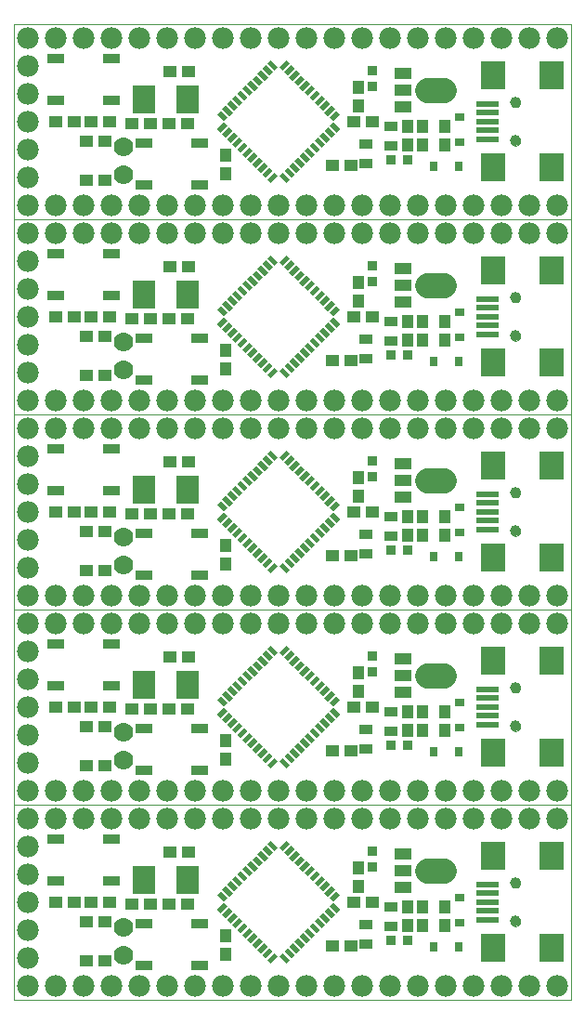
<source format=gts>
G75*
G70*
%OFA0B0*%
%FSLAX24Y24*%
%IPPOS*%
%LPD*%
%AMOC8*
5,1,8,0,0,1.08239X$1,22.5*
%
%ADD10C,0.0000*%
%ADD11R,0.0473X0.0434*%
%ADD12R,0.0434X0.0473*%
%ADD13R,0.0355X0.0355*%
%ADD14R,0.0640X0.0340*%
%ADD15R,0.0512X0.0355*%
%ADD16R,0.0827X0.0985*%
%ADD17C,0.0700*%
%ADD18C,0.0780*%
%ADD19C,0.0906*%
%ADD20R,0.0620X0.0413*%
%ADD21R,0.0355X0.0178*%
%ADD22R,0.0367X0.0288*%
%ADD23R,0.0288X0.0367*%
%ADD24R,0.0827X0.0237*%
%ADD25R,0.0906X0.1024*%
%ADD26C,0.0394*%
D10*
X001260Y000950D02*
X001260Y007950D01*
X001260Y014950D01*
X001260Y021950D01*
X001260Y028950D01*
X001260Y035950D01*
X021260Y035950D01*
X021260Y028950D01*
X001260Y028950D01*
X021260Y028950D01*
X021260Y021950D01*
X001260Y021950D01*
X021260Y021950D01*
X021260Y014950D01*
X001260Y014950D01*
X021260Y014950D01*
X021260Y007950D01*
X001260Y007950D01*
X021260Y007950D01*
X021260Y000950D01*
X001260Y000950D01*
X019083Y003761D02*
X019085Y003787D01*
X019091Y003813D01*
X019101Y003838D01*
X019114Y003861D01*
X019130Y003881D01*
X019150Y003899D01*
X019172Y003914D01*
X019195Y003926D01*
X019221Y003934D01*
X019247Y003938D01*
X019273Y003938D01*
X019299Y003934D01*
X019325Y003926D01*
X019349Y003914D01*
X019370Y003899D01*
X019390Y003881D01*
X019406Y003861D01*
X019419Y003838D01*
X019429Y003813D01*
X019435Y003787D01*
X019437Y003761D01*
X019435Y003735D01*
X019429Y003709D01*
X019419Y003684D01*
X019406Y003661D01*
X019390Y003641D01*
X019370Y003623D01*
X019348Y003608D01*
X019325Y003596D01*
X019299Y003588D01*
X019273Y003584D01*
X019247Y003584D01*
X019221Y003588D01*
X019195Y003596D01*
X019171Y003608D01*
X019150Y003623D01*
X019130Y003641D01*
X019114Y003661D01*
X019101Y003684D01*
X019091Y003709D01*
X019085Y003735D01*
X019083Y003761D01*
X019083Y005139D02*
X019085Y005165D01*
X019091Y005191D01*
X019101Y005216D01*
X019114Y005239D01*
X019130Y005259D01*
X019150Y005277D01*
X019172Y005292D01*
X019195Y005304D01*
X019221Y005312D01*
X019247Y005316D01*
X019273Y005316D01*
X019299Y005312D01*
X019325Y005304D01*
X019349Y005292D01*
X019370Y005277D01*
X019390Y005259D01*
X019406Y005239D01*
X019419Y005216D01*
X019429Y005191D01*
X019435Y005165D01*
X019437Y005139D01*
X019435Y005113D01*
X019429Y005087D01*
X019419Y005062D01*
X019406Y005039D01*
X019390Y005019D01*
X019370Y005001D01*
X019348Y004986D01*
X019325Y004974D01*
X019299Y004966D01*
X019273Y004962D01*
X019247Y004962D01*
X019221Y004966D01*
X019195Y004974D01*
X019171Y004986D01*
X019150Y005001D01*
X019130Y005019D01*
X019114Y005039D01*
X019101Y005062D01*
X019091Y005087D01*
X019085Y005113D01*
X019083Y005139D01*
X019083Y010761D02*
X019085Y010787D01*
X019091Y010813D01*
X019101Y010838D01*
X019114Y010861D01*
X019130Y010881D01*
X019150Y010899D01*
X019172Y010914D01*
X019195Y010926D01*
X019221Y010934D01*
X019247Y010938D01*
X019273Y010938D01*
X019299Y010934D01*
X019325Y010926D01*
X019349Y010914D01*
X019370Y010899D01*
X019390Y010881D01*
X019406Y010861D01*
X019419Y010838D01*
X019429Y010813D01*
X019435Y010787D01*
X019437Y010761D01*
X019435Y010735D01*
X019429Y010709D01*
X019419Y010684D01*
X019406Y010661D01*
X019390Y010641D01*
X019370Y010623D01*
X019348Y010608D01*
X019325Y010596D01*
X019299Y010588D01*
X019273Y010584D01*
X019247Y010584D01*
X019221Y010588D01*
X019195Y010596D01*
X019171Y010608D01*
X019150Y010623D01*
X019130Y010641D01*
X019114Y010661D01*
X019101Y010684D01*
X019091Y010709D01*
X019085Y010735D01*
X019083Y010761D01*
X019083Y012139D02*
X019085Y012165D01*
X019091Y012191D01*
X019101Y012216D01*
X019114Y012239D01*
X019130Y012259D01*
X019150Y012277D01*
X019172Y012292D01*
X019195Y012304D01*
X019221Y012312D01*
X019247Y012316D01*
X019273Y012316D01*
X019299Y012312D01*
X019325Y012304D01*
X019349Y012292D01*
X019370Y012277D01*
X019390Y012259D01*
X019406Y012239D01*
X019419Y012216D01*
X019429Y012191D01*
X019435Y012165D01*
X019437Y012139D01*
X019435Y012113D01*
X019429Y012087D01*
X019419Y012062D01*
X019406Y012039D01*
X019390Y012019D01*
X019370Y012001D01*
X019348Y011986D01*
X019325Y011974D01*
X019299Y011966D01*
X019273Y011962D01*
X019247Y011962D01*
X019221Y011966D01*
X019195Y011974D01*
X019171Y011986D01*
X019150Y012001D01*
X019130Y012019D01*
X019114Y012039D01*
X019101Y012062D01*
X019091Y012087D01*
X019085Y012113D01*
X019083Y012139D01*
X019083Y017761D02*
X019085Y017787D01*
X019091Y017813D01*
X019101Y017838D01*
X019114Y017861D01*
X019130Y017881D01*
X019150Y017899D01*
X019172Y017914D01*
X019195Y017926D01*
X019221Y017934D01*
X019247Y017938D01*
X019273Y017938D01*
X019299Y017934D01*
X019325Y017926D01*
X019349Y017914D01*
X019370Y017899D01*
X019390Y017881D01*
X019406Y017861D01*
X019419Y017838D01*
X019429Y017813D01*
X019435Y017787D01*
X019437Y017761D01*
X019435Y017735D01*
X019429Y017709D01*
X019419Y017684D01*
X019406Y017661D01*
X019390Y017641D01*
X019370Y017623D01*
X019348Y017608D01*
X019325Y017596D01*
X019299Y017588D01*
X019273Y017584D01*
X019247Y017584D01*
X019221Y017588D01*
X019195Y017596D01*
X019171Y017608D01*
X019150Y017623D01*
X019130Y017641D01*
X019114Y017661D01*
X019101Y017684D01*
X019091Y017709D01*
X019085Y017735D01*
X019083Y017761D01*
X019083Y019139D02*
X019085Y019165D01*
X019091Y019191D01*
X019101Y019216D01*
X019114Y019239D01*
X019130Y019259D01*
X019150Y019277D01*
X019172Y019292D01*
X019195Y019304D01*
X019221Y019312D01*
X019247Y019316D01*
X019273Y019316D01*
X019299Y019312D01*
X019325Y019304D01*
X019349Y019292D01*
X019370Y019277D01*
X019390Y019259D01*
X019406Y019239D01*
X019419Y019216D01*
X019429Y019191D01*
X019435Y019165D01*
X019437Y019139D01*
X019435Y019113D01*
X019429Y019087D01*
X019419Y019062D01*
X019406Y019039D01*
X019390Y019019D01*
X019370Y019001D01*
X019348Y018986D01*
X019325Y018974D01*
X019299Y018966D01*
X019273Y018962D01*
X019247Y018962D01*
X019221Y018966D01*
X019195Y018974D01*
X019171Y018986D01*
X019150Y019001D01*
X019130Y019019D01*
X019114Y019039D01*
X019101Y019062D01*
X019091Y019087D01*
X019085Y019113D01*
X019083Y019139D01*
X019083Y024761D02*
X019085Y024787D01*
X019091Y024813D01*
X019101Y024838D01*
X019114Y024861D01*
X019130Y024881D01*
X019150Y024899D01*
X019172Y024914D01*
X019195Y024926D01*
X019221Y024934D01*
X019247Y024938D01*
X019273Y024938D01*
X019299Y024934D01*
X019325Y024926D01*
X019349Y024914D01*
X019370Y024899D01*
X019390Y024881D01*
X019406Y024861D01*
X019419Y024838D01*
X019429Y024813D01*
X019435Y024787D01*
X019437Y024761D01*
X019435Y024735D01*
X019429Y024709D01*
X019419Y024684D01*
X019406Y024661D01*
X019390Y024641D01*
X019370Y024623D01*
X019348Y024608D01*
X019325Y024596D01*
X019299Y024588D01*
X019273Y024584D01*
X019247Y024584D01*
X019221Y024588D01*
X019195Y024596D01*
X019171Y024608D01*
X019150Y024623D01*
X019130Y024641D01*
X019114Y024661D01*
X019101Y024684D01*
X019091Y024709D01*
X019085Y024735D01*
X019083Y024761D01*
X019083Y026139D02*
X019085Y026165D01*
X019091Y026191D01*
X019101Y026216D01*
X019114Y026239D01*
X019130Y026259D01*
X019150Y026277D01*
X019172Y026292D01*
X019195Y026304D01*
X019221Y026312D01*
X019247Y026316D01*
X019273Y026316D01*
X019299Y026312D01*
X019325Y026304D01*
X019349Y026292D01*
X019370Y026277D01*
X019390Y026259D01*
X019406Y026239D01*
X019419Y026216D01*
X019429Y026191D01*
X019435Y026165D01*
X019437Y026139D01*
X019435Y026113D01*
X019429Y026087D01*
X019419Y026062D01*
X019406Y026039D01*
X019390Y026019D01*
X019370Y026001D01*
X019348Y025986D01*
X019325Y025974D01*
X019299Y025966D01*
X019273Y025962D01*
X019247Y025962D01*
X019221Y025966D01*
X019195Y025974D01*
X019171Y025986D01*
X019150Y026001D01*
X019130Y026019D01*
X019114Y026039D01*
X019101Y026062D01*
X019091Y026087D01*
X019085Y026113D01*
X019083Y026139D01*
X019083Y031761D02*
X019085Y031787D01*
X019091Y031813D01*
X019101Y031838D01*
X019114Y031861D01*
X019130Y031881D01*
X019150Y031899D01*
X019172Y031914D01*
X019195Y031926D01*
X019221Y031934D01*
X019247Y031938D01*
X019273Y031938D01*
X019299Y031934D01*
X019325Y031926D01*
X019349Y031914D01*
X019370Y031899D01*
X019390Y031881D01*
X019406Y031861D01*
X019419Y031838D01*
X019429Y031813D01*
X019435Y031787D01*
X019437Y031761D01*
X019435Y031735D01*
X019429Y031709D01*
X019419Y031684D01*
X019406Y031661D01*
X019390Y031641D01*
X019370Y031623D01*
X019348Y031608D01*
X019325Y031596D01*
X019299Y031588D01*
X019273Y031584D01*
X019247Y031584D01*
X019221Y031588D01*
X019195Y031596D01*
X019171Y031608D01*
X019150Y031623D01*
X019130Y031641D01*
X019114Y031661D01*
X019101Y031684D01*
X019091Y031709D01*
X019085Y031735D01*
X019083Y031761D01*
X019083Y033139D02*
X019085Y033165D01*
X019091Y033191D01*
X019101Y033216D01*
X019114Y033239D01*
X019130Y033259D01*
X019150Y033277D01*
X019172Y033292D01*
X019195Y033304D01*
X019221Y033312D01*
X019247Y033316D01*
X019273Y033316D01*
X019299Y033312D01*
X019325Y033304D01*
X019349Y033292D01*
X019370Y033277D01*
X019390Y033259D01*
X019406Y033239D01*
X019419Y033216D01*
X019429Y033191D01*
X019435Y033165D01*
X019437Y033139D01*
X019435Y033113D01*
X019429Y033087D01*
X019419Y033062D01*
X019406Y033039D01*
X019390Y033019D01*
X019370Y033001D01*
X019348Y032986D01*
X019325Y032974D01*
X019299Y032966D01*
X019273Y032962D01*
X019247Y032962D01*
X019221Y032966D01*
X019195Y032974D01*
X019171Y032986D01*
X019150Y033001D01*
X019130Y033019D01*
X019114Y033039D01*
X019101Y033062D01*
X019091Y033087D01*
X019085Y033113D01*
X019083Y033139D01*
D11*
X014135Y032430D03*
X013465Y032430D03*
X013355Y030870D03*
X012685Y030870D03*
X013465Y025430D03*
X014135Y025430D03*
X013355Y023870D03*
X012685Y023870D03*
X013465Y018430D03*
X014135Y018430D03*
X013355Y016870D03*
X012685Y016870D03*
X013465Y011430D03*
X014135Y011430D03*
X013355Y009870D03*
X012685Y009870D03*
X013465Y004430D03*
X014135Y004430D03*
X013355Y002870D03*
X012685Y002870D03*
X007495Y004390D03*
X006825Y004390D03*
X006155Y004390D03*
X005485Y004390D03*
X004695Y004450D03*
X004515Y003730D03*
X004025Y004450D03*
X003845Y003730D03*
X003415Y004450D03*
X002745Y004450D03*
X003845Y002350D03*
X004515Y002350D03*
X006865Y006250D03*
X007535Y006250D03*
X004515Y009350D03*
X003845Y009350D03*
X003845Y010730D03*
X004025Y011450D03*
X004515Y010730D03*
X004695Y011450D03*
X005485Y011390D03*
X006155Y011390D03*
X006825Y011390D03*
X007495Y011390D03*
X007535Y013250D03*
X006865Y013250D03*
X004515Y016350D03*
X003845Y016350D03*
X003845Y017730D03*
X004025Y018450D03*
X004515Y017730D03*
X004695Y018450D03*
X005485Y018390D03*
X006155Y018390D03*
X006825Y018390D03*
X007495Y018390D03*
X007535Y020250D03*
X006865Y020250D03*
X004515Y023350D03*
X003845Y023350D03*
X003845Y024730D03*
X004025Y025450D03*
X004515Y024730D03*
X004695Y025450D03*
X005485Y025390D03*
X006155Y025390D03*
X006825Y025390D03*
X007495Y025390D03*
X007535Y027250D03*
X006865Y027250D03*
X004515Y030350D03*
X003845Y030350D03*
X003845Y031730D03*
X004025Y032450D03*
X004515Y031730D03*
X004695Y032450D03*
X005485Y032390D03*
X006155Y032390D03*
X006825Y032390D03*
X007495Y032390D03*
X007535Y034250D03*
X006865Y034250D03*
X003415Y032450D03*
X002745Y032450D03*
X002745Y025450D03*
X003415Y025450D03*
X003415Y018450D03*
X002745Y018450D03*
X002745Y011450D03*
X003415Y011450D03*
D12*
X008857Y010253D03*
X008857Y009584D03*
X008857Y003253D03*
X008857Y002584D03*
X013620Y004995D03*
X013620Y005665D03*
X015380Y004285D03*
X015920Y004285D03*
X015920Y003615D03*
X015380Y003615D03*
X016740Y003615D03*
X016740Y004285D03*
X016740Y010615D03*
X016740Y011285D03*
X015920Y011285D03*
X015920Y010615D03*
X015380Y010615D03*
X015380Y011285D03*
X013620Y011995D03*
X013620Y012665D03*
X015380Y017615D03*
X015920Y017615D03*
X015920Y018285D03*
X015380Y018285D03*
X016740Y018285D03*
X016740Y017615D03*
X013620Y018995D03*
X013620Y019665D03*
X015380Y024615D03*
X015920Y024615D03*
X015920Y025285D03*
X015380Y025285D03*
X016740Y025285D03*
X016740Y024615D03*
X013620Y025995D03*
X013620Y026665D03*
X015380Y031615D03*
X015920Y031615D03*
X015920Y032285D03*
X015380Y032285D03*
X016740Y032285D03*
X016740Y031615D03*
X013620Y032995D03*
X013620Y033665D03*
X008857Y031253D03*
X008857Y030584D03*
X008857Y024253D03*
X008857Y023584D03*
X008857Y017253D03*
X008857Y016584D03*
D13*
X014140Y019695D03*
X014140Y020285D03*
X014805Y017090D03*
X015395Y017090D03*
X014140Y013285D03*
X014140Y012695D03*
X014805Y010090D03*
X015395Y010090D03*
X014140Y006285D03*
X014140Y005695D03*
X014805Y003090D03*
X015395Y003090D03*
X015395Y024090D03*
X014805Y024090D03*
X014140Y026695D03*
X014140Y027285D03*
X014805Y031090D03*
X015395Y031090D03*
X014140Y033695D03*
X014140Y034285D03*
D14*
X007940Y031680D03*
X007940Y030180D03*
X005940Y030180D03*
X005940Y031680D03*
X004760Y033200D03*
X004760Y034700D03*
X002760Y034700D03*
X002760Y033200D03*
X002760Y027700D03*
X002760Y026200D03*
X004760Y026200D03*
X004760Y027700D03*
X005940Y024680D03*
X005940Y023180D03*
X004760Y020700D03*
X004760Y019200D03*
X005940Y017680D03*
X005940Y016180D03*
X004760Y013700D03*
X004760Y012200D03*
X005940Y010680D03*
X005940Y009180D03*
X004760Y006700D03*
X004760Y005200D03*
X005940Y003680D03*
X005940Y002180D03*
X007940Y002180D03*
X007940Y003680D03*
X007940Y009180D03*
X007940Y010680D03*
X007940Y016180D03*
X007940Y017680D03*
X007940Y023180D03*
X007940Y024680D03*
X002760Y020700D03*
X002760Y019200D03*
X002760Y013700D03*
X002760Y012200D03*
X002760Y006700D03*
X002760Y005200D03*
D15*
X013900Y003644D03*
X013900Y002936D03*
X014800Y003576D03*
X014800Y004284D03*
X013900Y009936D03*
X013900Y010644D03*
X014800Y010576D03*
X014800Y011284D03*
X013900Y016936D03*
X013900Y017644D03*
X014800Y017576D03*
X014800Y018284D03*
X013900Y023936D03*
X013900Y024644D03*
X014800Y024576D03*
X014800Y025284D03*
X013900Y030936D03*
X013900Y031644D03*
X014800Y031576D03*
X014800Y032284D03*
D16*
X007487Y033250D03*
X005913Y033250D03*
X005913Y026250D03*
X007487Y026250D03*
X007487Y019250D03*
X005913Y019250D03*
X005913Y012250D03*
X007487Y012250D03*
X007487Y005250D03*
X005913Y005250D03*
D17*
X005200Y003530D03*
X005200Y002530D03*
X005200Y009530D03*
X005200Y010530D03*
X005200Y016530D03*
X005200Y017530D03*
X005200Y023530D03*
X005200Y024530D03*
X005200Y030530D03*
X005200Y031530D03*
D18*
X004760Y029450D03*
X004760Y028450D03*
X005760Y028450D03*
X005760Y029450D03*
X006760Y029450D03*
X006760Y028450D03*
X007760Y028450D03*
X007760Y029450D03*
X008760Y029450D03*
X008760Y028450D03*
X009760Y028450D03*
X009760Y029450D03*
X010760Y029450D03*
X010760Y028450D03*
X011760Y028450D03*
X011760Y029450D03*
X012760Y029450D03*
X012760Y028450D03*
X013760Y028450D03*
X013760Y029450D03*
X014760Y029450D03*
X014760Y028450D03*
X015760Y028450D03*
X015760Y029450D03*
X016760Y029450D03*
X016760Y028450D03*
X017760Y028450D03*
X017760Y029450D03*
X018760Y029450D03*
X018760Y028450D03*
X019760Y028450D03*
X019760Y029450D03*
X020760Y029450D03*
X020760Y028450D03*
X020760Y022450D03*
X020760Y021450D03*
X019760Y021450D03*
X019760Y022450D03*
X018760Y022450D03*
X018760Y021450D03*
X017760Y021450D03*
X017760Y022450D03*
X016760Y022450D03*
X016760Y021450D03*
X015760Y021450D03*
X015760Y022450D03*
X014760Y022450D03*
X014760Y021450D03*
X013760Y021450D03*
X013760Y022450D03*
X012760Y022450D03*
X012760Y021450D03*
X011760Y021450D03*
X011760Y022450D03*
X010760Y022450D03*
X010760Y021450D03*
X009760Y021450D03*
X009760Y022450D03*
X008760Y022450D03*
X008760Y021450D03*
X007760Y021450D03*
X007760Y022450D03*
X006760Y022450D03*
X006760Y021450D03*
X005760Y021450D03*
X005760Y022450D03*
X004760Y022450D03*
X004760Y021450D03*
X003760Y021450D03*
X003760Y022450D03*
X002760Y022450D03*
X002760Y021450D03*
X001760Y021450D03*
X001760Y020450D03*
X001760Y019450D03*
X001760Y018450D03*
X001760Y017450D03*
X001760Y016450D03*
X001760Y015450D03*
X001760Y014450D03*
X001760Y013450D03*
X001760Y012450D03*
X001760Y011450D03*
X001760Y010450D03*
X001760Y009450D03*
X001760Y008450D03*
X001760Y007450D03*
X001760Y006450D03*
X001760Y005450D03*
X001760Y004450D03*
X001760Y003450D03*
X001760Y002450D03*
X001760Y001450D03*
X002760Y001450D03*
X003760Y001450D03*
X004760Y001450D03*
X005760Y001450D03*
X006760Y001450D03*
X007760Y001450D03*
X008760Y001450D03*
X009760Y001450D03*
X010760Y001450D03*
X011760Y001450D03*
X012760Y001450D03*
X013760Y001450D03*
X014760Y001450D03*
X015760Y001450D03*
X016760Y001450D03*
X017760Y001450D03*
X018760Y001450D03*
X019760Y001450D03*
X020760Y001450D03*
X020760Y007450D03*
X020760Y008450D03*
X019760Y008450D03*
X019760Y007450D03*
X018760Y007450D03*
X018760Y008450D03*
X017760Y008450D03*
X017760Y007450D03*
X016760Y007450D03*
X016760Y008450D03*
X015760Y008450D03*
X015760Y007450D03*
X014760Y007450D03*
X014760Y008450D03*
X013760Y008450D03*
X013760Y007450D03*
X012760Y007450D03*
X012760Y008450D03*
X011760Y008450D03*
X011760Y007450D03*
X010760Y007450D03*
X010760Y008450D03*
X009760Y008450D03*
X009760Y007450D03*
X008760Y007450D03*
X008760Y008450D03*
X007760Y008450D03*
X007760Y007450D03*
X006760Y007450D03*
X006760Y008450D03*
X005760Y008450D03*
X005760Y007450D03*
X004760Y007450D03*
X004760Y008450D03*
X003760Y008450D03*
X003760Y007450D03*
X002760Y007450D03*
X002760Y008450D03*
X002760Y014450D03*
X002760Y015450D03*
X003760Y015450D03*
X003760Y014450D03*
X004760Y014450D03*
X004760Y015450D03*
X005760Y015450D03*
X005760Y014450D03*
X006760Y014450D03*
X006760Y015450D03*
X007760Y015450D03*
X007760Y014450D03*
X008760Y014450D03*
X008760Y015450D03*
X009760Y015450D03*
X009760Y014450D03*
X010760Y014450D03*
X010760Y015450D03*
X011760Y015450D03*
X011760Y014450D03*
X012760Y014450D03*
X012760Y015450D03*
X013760Y015450D03*
X013760Y014450D03*
X014760Y014450D03*
X014760Y015450D03*
X015760Y015450D03*
X015760Y014450D03*
X016760Y014450D03*
X016760Y015450D03*
X017760Y015450D03*
X017760Y014450D03*
X018760Y014450D03*
X018760Y015450D03*
X019760Y015450D03*
X019760Y014450D03*
X020760Y014450D03*
X020760Y015450D03*
X020760Y035450D03*
X019760Y035450D03*
X018760Y035450D03*
X017760Y035450D03*
X016760Y035450D03*
X015760Y035450D03*
X014760Y035450D03*
X013760Y035450D03*
X012760Y035450D03*
X011760Y035450D03*
X010760Y035450D03*
X009760Y035450D03*
X008760Y035450D03*
X007760Y035450D03*
X006760Y035450D03*
X005760Y035450D03*
X004760Y035450D03*
X003760Y035450D03*
X002760Y035450D03*
X001760Y035450D03*
X001760Y034450D03*
X001760Y033450D03*
X001760Y032450D03*
X001760Y031450D03*
X001760Y030450D03*
X001760Y029450D03*
X001760Y028450D03*
X001760Y027450D03*
X001760Y026450D03*
X001760Y025450D03*
X001760Y024450D03*
X001760Y023450D03*
X001760Y022450D03*
X002760Y028450D03*
X002760Y029450D03*
X003760Y029450D03*
X003760Y028450D03*
D19*
X016095Y026570D02*
X016685Y026570D01*
X016685Y019570D02*
X016095Y019570D01*
X016095Y012570D02*
X016685Y012570D01*
X016685Y005570D02*
X016095Y005570D01*
X016095Y033570D02*
X016685Y033570D01*
D20*
X015238Y033570D03*
X015238Y034161D03*
X015238Y032979D03*
X015238Y027161D03*
X015238Y026570D03*
X015238Y025979D03*
X015238Y020161D03*
X015238Y019570D03*
X015238Y018979D03*
X015238Y013161D03*
X015238Y012570D03*
X015238Y011979D03*
X015238Y006161D03*
X015238Y005570D03*
X015238Y004979D03*
D21*
G36*
X012966Y004721D02*
X012716Y004471D01*
X012590Y004597D01*
X012840Y004847D01*
X012966Y004721D01*
G37*
G36*
X012716Y004429D02*
X012966Y004179D01*
X012840Y004053D01*
X012590Y004303D01*
X012716Y004429D01*
G37*
G36*
X012535Y004248D02*
X012785Y003998D01*
X012659Y003872D01*
X012409Y004122D01*
X012535Y004248D01*
G37*
G36*
X012354Y004067D02*
X012604Y003817D01*
X012478Y003691D01*
X012228Y003941D01*
X012354Y004067D01*
G37*
G36*
X012173Y003886D02*
X012423Y003636D01*
X012297Y003510D01*
X012047Y003760D01*
X012173Y003886D01*
G37*
G36*
X011993Y003705D02*
X012243Y003455D01*
X012117Y003329D01*
X011867Y003579D01*
X011993Y003705D01*
G37*
G36*
X011936Y003148D02*
X011686Y003398D01*
X011812Y003524D01*
X012062Y003274D01*
X011936Y003148D01*
G37*
G36*
X011755Y002967D02*
X011505Y003217D01*
X011631Y003343D01*
X011881Y003093D01*
X011755Y002967D01*
G37*
G36*
X011574Y002787D02*
X011324Y003037D01*
X011450Y003163D01*
X011700Y002913D01*
X011574Y002787D01*
G37*
G36*
X011393Y002606D02*
X011143Y002856D01*
X011269Y002982D01*
X011519Y002732D01*
X011393Y002606D01*
G37*
G36*
X011212Y002425D02*
X010962Y002675D01*
X011088Y002801D01*
X011338Y002551D01*
X011212Y002425D01*
G37*
G36*
X011031Y002244D02*
X010781Y002494D01*
X010907Y002620D01*
X011157Y002370D01*
X011031Y002244D01*
G37*
G36*
X010739Y002494D02*
X010489Y002244D01*
X010363Y002370D01*
X010613Y002620D01*
X010739Y002494D01*
G37*
G36*
X010558Y002675D02*
X010308Y002425D01*
X010182Y002551D01*
X010432Y002801D01*
X010558Y002675D01*
G37*
G36*
X010377Y002856D02*
X010127Y002606D01*
X010001Y002732D01*
X010251Y002982D01*
X010377Y002856D01*
G37*
G36*
X010196Y003037D02*
X009946Y002787D01*
X009820Y002913D01*
X010070Y003163D01*
X010196Y003037D01*
G37*
G36*
X010015Y003217D02*
X009765Y002967D01*
X009639Y003093D01*
X009889Y003343D01*
X010015Y003217D01*
G37*
G36*
X009458Y003274D02*
X009708Y003524D01*
X009834Y003398D01*
X009584Y003148D01*
X009458Y003274D01*
G37*
G36*
X009277Y003455D02*
X009527Y003705D01*
X009653Y003579D01*
X009403Y003329D01*
X009277Y003455D01*
G37*
G36*
X009097Y003636D02*
X009347Y003886D01*
X009473Y003760D01*
X009223Y003510D01*
X009097Y003636D01*
G37*
G36*
X008916Y003817D02*
X009166Y004067D01*
X009292Y003941D01*
X009042Y003691D01*
X008916Y003817D01*
G37*
G36*
X008735Y003998D02*
X008985Y004248D01*
X009111Y004122D01*
X008861Y003872D01*
X008735Y003998D01*
G37*
G36*
X008554Y004179D02*
X008804Y004429D01*
X008930Y004303D01*
X008680Y004053D01*
X008554Y004179D01*
G37*
G36*
X008804Y004471D02*
X008554Y004721D01*
X008680Y004847D01*
X008930Y004597D01*
X008804Y004471D01*
G37*
G36*
X008985Y004652D02*
X008735Y004902D01*
X008861Y005028D01*
X009111Y004778D01*
X008985Y004652D01*
G37*
G36*
X009166Y004833D02*
X008916Y005083D01*
X009042Y005209D01*
X009292Y004959D01*
X009166Y004833D01*
G37*
G36*
X009347Y005014D02*
X009097Y005264D01*
X009223Y005390D01*
X009473Y005140D01*
X009347Y005014D01*
G37*
G36*
X009527Y005195D02*
X009277Y005445D01*
X009403Y005571D01*
X009653Y005321D01*
X009527Y005195D01*
G37*
G36*
X009584Y005752D02*
X009834Y005502D01*
X009708Y005376D01*
X009458Y005626D01*
X009584Y005752D01*
G37*
G36*
X009765Y005933D02*
X010015Y005683D01*
X009889Y005557D01*
X009639Y005807D01*
X009765Y005933D01*
G37*
G36*
X009946Y006113D02*
X010196Y005863D01*
X010070Y005737D01*
X009820Y005987D01*
X009946Y006113D01*
G37*
G36*
X010127Y006294D02*
X010377Y006044D01*
X010251Y005918D01*
X010001Y006168D01*
X010127Y006294D01*
G37*
G36*
X010308Y006475D02*
X010558Y006225D01*
X010432Y006099D01*
X010182Y006349D01*
X010308Y006475D01*
G37*
G36*
X010489Y006656D02*
X010739Y006406D01*
X010613Y006280D01*
X010363Y006530D01*
X010489Y006656D01*
G37*
G36*
X010781Y006406D02*
X011031Y006656D01*
X011157Y006530D01*
X010907Y006280D01*
X010781Y006406D01*
G37*
G36*
X010962Y006225D02*
X011212Y006475D01*
X011338Y006349D01*
X011088Y006099D01*
X010962Y006225D01*
G37*
G36*
X011143Y006044D02*
X011393Y006294D01*
X011519Y006168D01*
X011269Y005918D01*
X011143Y006044D01*
G37*
G36*
X011324Y005863D02*
X011574Y006113D01*
X011700Y005987D01*
X011450Y005737D01*
X011324Y005863D01*
G37*
G36*
X011505Y005683D02*
X011755Y005933D01*
X011881Y005807D01*
X011631Y005557D01*
X011505Y005683D01*
G37*
G36*
X012062Y005626D02*
X011812Y005376D01*
X011686Y005502D01*
X011936Y005752D01*
X012062Y005626D01*
G37*
G36*
X012243Y005445D02*
X011993Y005195D01*
X011867Y005321D01*
X012117Y005571D01*
X012243Y005445D01*
G37*
G36*
X012423Y005264D02*
X012173Y005014D01*
X012047Y005140D01*
X012297Y005390D01*
X012423Y005264D01*
G37*
G36*
X012604Y005083D02*
X012354Y004833D01*
X012228Y004959D01*
X012478Y005209D01*
X012604Y005083D01*
G37*
G36*
X012785Y004902D02*
X012535Y004652D01*
X012409Y004778D01*
X012659Y005028D01*
X012785Y004902D01*
G37*
G36*
X011031Y009244D02*
X010781Y009494D01*
X010907Y009620D01*
X011157Y009370D01*
X011031Y009244D01*
G37*
G36*
X011212Y009425D02*
X010962Y009675D01*
X011088Y009801D01*
X011338Y009551D01*
X011212Y009425D01*
G37*
G36*
X011393Y009606D02*
X011143Y009856D01*
X011269Y009982D01*
X011519Y009732D01*
X011393Y009606D01*
G37*
G36*
X011574Y009787D02*
X011324Y010037D01*
X011450Y010163D01*
X011700Y009913D01*
X011574Y009787D01*
G37*
G36*
X011755Y009967D02*
X011505Y010217D01*
X011631Y010343D01*
X011881Y010093D01*
X011755Y009967D01*
G37*
G36*
X011936Y010148D02*
X011686Y010398D01*
X011812Y010524D01*
X012062Y010274D01*
X011936Y010148D01*
G37*
G36*
X011993Y010705D02*
X012243Y010455D01*
X012117Y010329D01*
X011867Y010579D01*
X011993Y010705D01*
G37*
G36*
X012173Y010886D02*
X012423Y010636D01*
X012297Y010510D01*
X012047Y010760D01*
X012173Y010886D01*
G37*
G36*
X012354Y011067D02*
X012604Y010817D01*
X012478Y010691D01*
X012228Y010941D01*
X012354Y011067D01*
G37*
G36*
X012535Y011248D02*
X012785Y010998D01*
X012659Y010872D01*
X012409Y011122D01*
X012535Y011248D01*
G37*
G36*
X012716Y011429D02*
X012966Y011179D01*
X012840Y011053D01*
X012590Y011303D01*
X012716Y011429D01*
G37*
G36*
X012966Y011721D02*
X012716Y011471D01*
X012590Y011597D01*
X012840Y011847D01*
X012966Y011721D01*
G37*
G36*
X012785Y011902D02*
X012535Y011652D01*
X012409Y011778D01*
X012659Y012028D01*
X012785Y011902D01*
G37*
G36*
X012604Y012083D02*
X012354Y011833D01*
X012228Y011959D01*
X012478Y012209D01*
X012604Y012083D01*
G37*
G36*
X012423Y012264D02*
X012173Y012014D01*
X012047Y012140D01*
X012297Y012390D01*
X012423Y012264D01*
G37*
G36*
X012243Y012445D02*
X011993Y012195D01*
X011867Y012321D01*
X012117Y012571D01*
X012243Y012445D01*
G37*
G36*
X012062Y012626D02*
X011812Y012376D01*
X011686Y012502D01*
X011936Y012752D01*
X012062Y012626D01*
G37*
G36*
X011505Y012683D02*
X011755Y012933D01*
X011881Y012807D01*
X011631Y012557D01*
X011505Y012683D01*
G37*
G36*
X011324Y012863D02*
X011574Y013113D01*
X011700Y012987D01*
X011450Y012737D01*
X011324Y012863D01*
G37*
G36*
X011143Y013044D02*
X011393Y013294D01*
X011519Y013168D01*
X011269Y012918D01*
X011143Y013044D01*
G37*
G36*
X010962Y013225D02*
X011212Y013475D01*
X011338Y013349D01*
X011088Y013099D01*
X010962Y013225D01*
G37*
G36*
X010781Y013406D02*
X011031Y013656D01*
X011157Y013530D01*
X010907Y013280D01*
X010781Y013406D01*
G37*
G36*
X010489Y013656D02*
X010739Y013406D01*
X010613Y013280D01*
X010363Y013530D01*
X010489Y013656D01*
G37*
G36*
X010308Y013475D02*
X010558Y013225D01*
X010432Y013099D01*
X010182Y013349D01*
X010308Y013475D01*
G37*
G36*
X010127Y013294D02*
X010377Y013044D01*
X010251Y012918D01*
X010001Y013168D01*
X010127Y013294D01*
G37*
G36*
X009946Y013113D02*
X010196Y012863D01*
X010070Y012737D01*
X009820Y012987D01*
X009946Y013113D01*
G37*
G36*
X009765Y012933D02*
X010015Y012683D01*
X009889Y012557D01*
X009639Y012807D01*
X009765Y012933D01*
G37*
G36*
X009584Y012752D02*
X009834Y012502D01*
X009708Y012376D01*
X009458Y012626D01*
X009584Y012752D01*
G37*
G36*
X009527Y012195D02*
X009277Y012445D01*
X009403Y012571D01*
X009653Y012321D01*
X009527Y012195D01*
G37*
G36*
X009347Y012014D02*
X009097Y012264D01*
X009223Y012390D01*
X009473Y012140D01*
X009347Y012014D01*
G37*
G36*
X009166Y011833D02*
X008916Y012083D01*
X009042Y012209D01*
X009292Y011959D01*
X009166Y011833D01*
G37*
G36*
X008985Y011652D02*
X008735Y011902D01*
X008861Y012028D01*
X009111Y011778D01*
X008985Y011652D01*
G37*
G36*
X008804Y011471D02*
X008554Y011721D01*
X008680Y011847D01*
X008930Y011597D01*
X008804Y011471D01*
G37*
G36*
X008554Y011179D02*
X008804Y011429D01*
X008930Y011303D01*
X008680Y011053D01*
X008554Y011179D01*
G37*
G36*
X008735Y010998D02*
X008985Y011248D01*
X009111Y011122D01*
X008861Y010872D01*
X008735Y010998D01*
G37*
G36*
X008916Y010817D02*
X009166Y011067D01*
X009292Y010941D01*
X009042Y010691D01*
X008916Y010817D01*
G37*
G36*
X009097Y010636D02*
X009347Y010886D01*
X009473Y010760D01*
X009223Y010510D01*
X009097Y010636D01*
G37*
G36*
X009277Y010455D02*
X009527Y010705D01*
X009653Y010579D01*
X009403Y010329D01*
X009277Y010455D01*
G37*
G36*
X009458Y010274D02*
X009708Y010524D01*
X009834Y010398D01*
X009584Y010148D01*
X009458Y010274D01*
G37*
G36*
X010015Y010217D02*
X009765Y009967D01*
X009639Y010093D01*
X009889Y010343D01*
X010015Y010217D01*
G37*
G36*
X010196Y010037D02*
X009946Y009787D01*
X009820Y009913D01*
X010070Y010163D01*
X010196Y010037D01*
G37*
G36*
X010377Y009856D02*
X010127Y009606D01*
X010001Y009732D01*
X010251Y009982D01*
X010377Y009856D01*
G37*
G36*
X010558Y009675D02*
X010308Y009425D01*
X010182Y009551D01*
X010432Y009801D01*
X010558Y009675D01*
G37*
G36*
X010739Y009494D02*
X010489Y009244D01*
X010363Y009370D01*
X010613Y009620D01*
X010739Y009494D01*
G37*
G36*
X010739Y016494D02*
X010489Y016244D01*
X010363Y016370D01*
X010613Y016620D01*
X010739Y016494D01*
G37*
G36*
X011031Y016244D02*
X010781Y016494D01*
X010907Y016620D01*
X011157Y016370D01*
X011031Y016244D01*
G37*
G36*
X011212Y016425D02*
X010962Y016675D01*
X011088Y016801D01*
X011338Y016551D01*
X011212Y016425D01*
G37*
G36*
X011393Y016606D02*
X011143Y016856D01*
X011269Y016982D01*
X011519Y016732D01*
X011393Y016606D01*
G37*
G36*
X011574Y016787D02*
X011324Y017037D01*
X011450Y017163D01*
X011700Y016913D01*
X011574Y016787D01*
G37*
G36*
X011755Y016967D02*
X011505Y017217D01*
X011631Y017343D01*
X011881Y017093D01*
X011755Y016967D01*
G37*
G36*
X011936Y017148D02*
X011686Y017398D01*
X011812Y017524D01*
X012062Y017274D01*
X011936Y017148D01*
G37*
G36*
X011993Y017705D02*
X012243Y017455D01*
X012117Y017329D01*
X011867Y017579D01*
X011993Y017705D01*
G37*
G36*
X012173Y017886D02*
X012423Y017636D01*
X012297Y017510D01*
X012047Y017760D01*
X012173Y017886D01*
G37*
G36*
X012354Y018067D02*
X012604Y017817D01*
X012478Y017691D01*
X012228Y017941D01*
X012354Y018067D01*
G37*
G36*
X012535Y018248D02*
X012785Y017998D01*
X012659Y017872D01*
X012409Y018122D01*
X012535Y018248D01*
G37*
G36*
X012716Y018429D02*
X012966Y018179D01*
X012840Y018053D01*
X012590Y018303D01*
X012716Y018429D01*
G37*
G36*
X012966Y018721D02*
X012716Y018471D01*
X012590Y018597D01*
X012840Y018847D01*
X012966Y018721D01*
G37*
G36*
X012785Y018902D02*
X012535Y018652D01*
X012409Y018778D01*
X012659Y019028D01*
X012785Y018902D01*
G37*
G36*
X012604Y019083D02*
X012354Y018833D01*
X012228Y018959D01*
X012478Y019209D01*
X012604Y019083D01*
G37*
G36*
X012423Y019264D02*
X012173Y019014D01*
X012047Y019140D01*
X012297Y019390D01*
X012423Y019264D01*
G37*
G36*
X012243Y019445D02*
X011993Y019195D01*
X011867Y019321D01*
X012117Y019571D01*
X012243Y019445D01*
G37*
G36*
X012062Y019626D02*
X011812Y019376D01*
X011686Y019502D01*
X011936Y019752D01*
X012062Y019626D01*
G37*
G36*
X011505Y019683D02*
X011755Y019933D01*
X011881Y019807D01*
X011631Y019557D01*
X011505Y019683D01*
G37*
G36*
X011324Y019863D02*
X011574Y020113D01*
X011700Y019987D01*
X011450Y019737D01*
X011324Y019863D01*
G37*
G36*
X011143Y020044D02*
X011393Y020294D01*
X011519Y020168D01*
X011269Y019918D01*
X011143Y020044D01*
G37*
G36*
X010962Y020225D02*
X011212Y020475D01*
X011338Y020349D01*
X011088Y020099D01*
X010962Y020225D01*
G37*
G36*
X010781Y020406D02*
X011031Y020656D01*
X011157Y020530D01*
X010907Y020280D01*
X010781Y020406D01*
G37*
G36*
X010489Y020656D02*
X010739Y020406D01*
X010613Y020280D01*
X010363Y020530D01*
X010489Y020656D01*
G37*
G36*
X010308Y020475D02*
X010558Y020225D01*
X010432Y020099D01*
X010182Y020349D01*
X010308Y020475D01*
G37*
G36*
X010127Y020294D02*
X010377Y020044D01*
X010251Y019918D01*
X010001Y020168D01*
X010127Y020294D01*
G37*
G36*
X009946Y020113D02*
X010196Y019863D01*
X010070Y019737D01*
X009820Y019987D01*
X009946Y020113D01*
G37*
G36*
X009765Y019933D02*
X010015Y019683D01*
X009889Y019557D01*
X009639Y019807D01*
X009765Y019933D01*
G37*
G36*
X009584Y019752D02*
X009834Y019502D01*
X009708Y019376D01*
X009458Y019626D01*
X009584Y019752D01*
G37*
G36*
X009527Y019195D02*
X009277Y019445D01*
X009403Y019571D01*
X009653Y019321D01*
X009527Y019195D01*
G37*
G36*
X009347Y019014D02*
X009097Y019264D01*
X009223Y019390D01*
X009473Y019140D01*
X009347Y019014D01*
G37*
G36*
X009166Y018833D02*
X008916Y019083D01*
X009042Y019209D01*
X009292Y018959D01*
X009166Y018833D01*
G37*
G36*
X008985Y018652D02*
X008735Y018902D01*
X008861Y019028D01*
X009111Y018778D01*
X008985Y018652D01*
G37*
G36*
X008804Y018471D02*
X008554Y018721D01*
X008680Y018847D01*
X008930Y018597D01*
X008804Y018471D01*
G37*
G36*
X008554Y018179D02*
X008804Y018429D01*
X008930Y018303D01*
X008680Y018053D01*
X008554Y018179D01*
G37*
G36*
X008735Y017998D02*
X008985Y018248D01*
X009111Y018122D01*
X008861Y017872D01*
X008735Y017998D01*
G37*
G36*
X008916Y017817D02*
X009166Y018067D01*
X009292Y017941D01*
X009042Y017691D01*
X008916Y017817D01*
G37*
G36*
X009097Y017636D02*
X009347Y017886D01*
X009473Y017760D01*
X009223Y017510D01*
X009097Y017636D01*
G37*
G36*
X009277Y017455D02*
X009527Y017705D01*
X009653Y017579D01*
X009403Y017329D01*
X009277Y017455D01*
G37*
G36*
X009458Y017274D02*
X009708Y017524D01*
X009834Y017398D01*
X009584Y017148D01*
X009458Y017274D01*
G37*
G36*
X010015Y017217D02*
X009765Y016967D01*
X009639Y017093D01*
X009889Y017343D01*
X010015Y017217D01*
G37*
G36*
X010196Y017037D02*
X009946Y016787D01*
X009820Y016913D01*
X010070Y017163D01*
X010196Y017037D01*
G37*
G36*
X010377Y016856D02*
X010127Y016606D01*
X010001Y016732D01*
X010251Y016982D01*
X010377Y016856D01*
G37*
G36*
X010558Y016675D02*
X010308Y016425D01*
X010182Y016551D01*
X010432Y016801D01*
X010558Y016675D01*
G37*
G36*
X010739Y023494D02*
X010489Y023244D01*
X010363Y023370D01*
X010613Y023620D01*
X010739Y023494D01*
G37*
G36*
X011031Y023244D02*
X010781Y023494D01*
X010907Y023620D01*
X011157Y023370D01*
X011031Y023244D01*
G37*
G36*
X011212Y023425D02*
X010962Y023675D01*
X011088Y023801D01*
X011338Y023551D01*
X011212Y023425D01*
G37*
G36*
X011393Y023606D02*
X011143Y023856D01*
X011269Y023982D01*
X011519Y023732D01*
X011393Y023606D01*
G37*
G36*
X011574Y023787D02*
X011324Y024037D01*
X011450Y024163D01*
X011700Y023913D01*
X011574Y023787D01*
G37*
G36*
X011755Y023967D02*
X011505Y024217D01*
X011631Y024343D01*
X011881Y024093D01*
X011755Y023967D01*
G37*
G36*
X011936Y024148D02*
X011686Y024398D01*
X011812Y024524D01*
X012062Y024274D01*
X011936Y024148D01*
G37*
G36*
X011993Y024705D02*
X012243Y024455D01*
X012117Y024329D01*
X011867Y024579D01*
X011993Y024705D01*
G37*
G36*
X012173Y024886D02*
X012423Y024636D01*
X012297Y024510D01*
X012047Y024760D01*
X012173Y024886D01*
G37*
G36*
X012354Y025067D02*
X012604Y024817D01*
X012478Y024691D01*
X012228Y024941D01*
X012354Y025067D01*
G37*
G36*
X012535Y025248D02*
X012785Y024998D01*
X012659Y024872D01*
X012409Y025122D01*
X012535Y025248D01*
G37*
G36*
X012716Y025429D02*
X012966Y025179D01*
X012840Y025053D01*
X012590Y025303D01*
X012716Y025429D01*
G37*
G36*
X012966Y025721D02*
X012716Y025471D01*
X012590Y025597D01*
X012840Y025847D01*
X012966Y025721D01*
G37*
G36*
X012785Y025902D02*
X012535Y025652D01*
X012409Y025778D01*
X012659Y026028D01*
X012785Y025902D01*
G37*
G36*
X012604Y026083D02*
X012354Y025833D01*
X012228Y025959D01*
X012478Y026209D01*
X012604Y026083D01*
G37*
G36*
X012423Y026264D02*
X012173Y026014D01*
X012047Y026140D01*
X012297Y026390D01*
X012423Y026264D01*
G37*
G36*
X012243Y026445D02*
X011993Y026195D01*
X011867Y026321D01*
X012117Y026571D01*
X012243Y026445D01*
G37*
G36*
X012062Y026626D02*
X011812Y026376D01*
X011686Y026502D01*
X011936Y026752D01*
X012062Y026626D01*
G37*
G36*
X011505Y026683D02*
X011755Y026933D01*
X011881Y026807D01*
X011631Y026557D01*
X011505Y026683D01*
G37*
G36*
X011324Y026863D02*
X011574Y027113D01*
X011700Y026987D01*
X011450Y026737D01*
X011324Y026863D01*
G37*
G36*
X011143Y027044D02*
X011393Y027294D01*
X011519Y027168D01*
X011269Y026918D01*
X011143Y027044D01*
G37*
G36*
X010962Y027225D02*
X011212Y027475D01*
X011338Y027349D01*
X011088Y027099D01*
X010962Y027225D01*
G37*
G36*
X010781Y027406D02*
X011031Y027656D01*
X011157Y027530D01*
X010907Y027280D01*
X010781Y027406D01*
G37*
G36*
X010489Y027656D02*
X010739Y027406D01*
X010613Y027280D01*
X010363Y027530D01*
X010489Y027656D01*
G37*
G36*
X010308Y027475D02*
X010558Y027225D01*
X010432Y027099D01*
X010182Y027349D01*
X010308Y027475D01*
G37*
G36*
X010127Y027294D02*
X010377Y027044D01*
X010251Y026918D01*
X010001Y027168D01*
X010127Y027294D01*
G37*
G36*
X009946Y027113D02*
X010196Y026863D01*
X010070Y026737D01*
X009820Y026987D01*
X009946Y027113D01*
G37*
G36*
X009765Y026933D02*
X010015Y026683D01*
X009889Y026557D01*
X009639Y026807D01*
X009765Y026933D01*
G37*
G36*
X009584Y026752D02*
X009834Y026502D01*
X009708Y026376D01*
X009458Y026626D01*
X009584Y026752D01*
G37*
G36*
X009527Y026195D02*
X009277Y026445D01*
X009403Y026571D01*
X009653Y026321D01*
X009527Y026195D01*
G37*
G36*
X009347Y026014D02*
X009097Y026264D01*
X009223Y026390D01*
X009473Y026140D01*
X009347Y026014D01*
G37*
G36*
X009166Y025833D02*
X008916Y026083D01*
X009042Y026209D01*
X009292Y025959D01*
X009166Y025833D01*
G37*
G36*
X008985Y025652D02*
X008735Y025902D01*
X008861Y026028D01*
X009111Y025778D01*
X008985Y025652D01*
G37*
G36*
X008804Y025471D02*
X008554Y025721D01*
X008680Y025847D01*
X008930Y025597D01*
X008804Y025471D01*
G37*
G36*
X008554Y025179D02*
X008804Y025429D01*
X008930Y025303D01*
X008680Y025053D01*
X008554Y025179D01*
G37*
G36*
X008735Y024998D02*
X008985Y025248D01*
X009111Y025122D01*
X008861Y024872D01*
X008735Y024998D01*
G37*
G36*
X008916Y024817D02*
X009166Y025067D01*
X009292Y024941D01*
X009042Y024691D01*
X008916Y024817D01*
G37*
G36*
X009097Y024636D02*
X009347Y024886D01*
X009473Y024760D01*
X009223Y024510D01*
X009097Y024636D01*
G37*
G36*
X009277Y024455D02*
X009527Y024705D01*
X009653Y024579D01*
X009403Y024329D01*
X009277Y024455D01*
G37*
G36*
X009458Y024274D02*
X009708Y024524D01*
X009834Y024398D01*
X009584Y024148D01*
X009458Y024274D01*
G37*
G36*
X010015Y024217D02*
X009765Y023967D01*
X009639Y024093D01*
X009889Y024343D01*
X010015Y024217D01*
G37*
G36*
X010196Y024037D02*
X009946Y023787D01*
X009820Y023913D01*
X010070Y024163D01*
X010196Y024037D01*
G37*
G36*
X010377Y023856D02*
X010127Y023606D01*
X010001Y023732D01*
X010251Y023982D01*
X010377Y023856D01*
G37*
G36*
X010558Y023675D02*
X010308Y023425D01*
X010182Y023551D01*
X010432Y023801D01*
X010558Y023675D01*
G37*
G36*
X010739Y030494D02*
X010489Y030244D01*
X010363Y030370D01*
X010613Y030620D01*
X010739Y030494D01*
G37*
G36*
X011031Y030244D02*
X010781Y030494D01*
X010907Y030620D01*
X011157Y030370D01*
X011031Y030244D01*
G37*
G36*
X011212Y030425D02*
X010962Y030675D01*
X011088Y030801D01*
X011338Y030551D01*
X011212Y030425D01*
G37*
G36*
X011393Y030606D02*
X011143Y030856D01*
X011269Y030982D01*
X011519Y030732D01*
X011393Y030606D01*
G37*
G36*
X011574Y030787D02*
X011324Y031037D01*
X011450Y031163D01*
X011700Y030913D01*
X011574Y030787D01*
G37*
G36*
X011755Y030967D02*
X011505Y031217D01*
X011631Y031343D01*
X011881Y031093D01*
X011755Y030967D01*
G37*
G36*
X011936Y031148D02*
X011686Y031398D01*
X011812Y031524D01*
X012062Y031274D01*
X011936Y031148D01*
G37*
G36*
X011993Y031705D02*
X012243Y031455D01*
X012117Y031329D01*
X011867Y031579D01*
X011993Y031705D01*
G37*
G36*
X012173Y031886D02*
X012423Y031636D01*
X012297Y031510D01*
X012047Y031760D01*
X012173Y031886D01*
G37*
G36*
X012354Y032067D02*
X012604Y031817D01*
X012478Y031691D01*
X012228Y031941D01*
X012354Y032067D01*
G37*
G36*
X012535Y032248D02*
X012785Y031998D01*
X012659Y031872D01*
X012409Y032122D01*
X012535Y032248D01*
G37*
G36*
X012716Y032429D02*
X012966Y032179D01*
X012840Y032053D01*
X012590Y032303D01*
X012716Y032429D01*
G37*
G36*
X012966Y032721D02*
X012716Y032471D01*
X012590Y032597D01*
X012840Y032847D01*
X012966Y032721D01*
G37*
G36*
X012785Y032902D02*
X012535Y032652D01*
X012409Y032778D01*
X012659Y033028D01*
X012785Y032902D01*
G37*
G36*
X012604Y033083D02*
X012354Y032833D01*
X012228Y032959D01*
X012478Y033209D01*
X012604Y033083D01*
G37*
G36*
X012423Y033264D02*
X012173Y033014D01*
X012047Y033140D01*
X012297Y033390D01*
X012423Y033264D01*
G37*
G36*
X012243Y033445D02*
X011993Y033195D01*
X011867Y033321D01*
X012117Y033571D01*
X012243Y033445D01*
G37*
G36*
X012062Y033626D02*
X011812Y033376D01*
X011686Y033502D01*
X011936Y033752D01*
X012062Y033626D01*
G37*
G36*
X011505Y033683D02*
X011755Y033933D01*
X011881Y033807D01*
X011631Y033557D01*
X011505Y033683D01*
G37*
G36*
X011324Y033863D02*
X011574Y034113D01*
X011700Y033987D01*
X011450Y033737D01*
X011324Y033863D01*
G37*
G36*
X011143Y034044D02*
X011393Y034294D01*
X011519Y034168D01*
X011269Y033918D01*
X011143Y034044D01*
G37*
G36*
X010962Y034225D02*
X011212Y034475D01*
X011338Y034349D01*
X011088Y034099D01*
X010962Y034225D01*
G37*
G36*
X010781Y034406D02*
X011031Y034656D01*
X011157Y034530D01*
X010907Y034280D01*
X010781Y034406D01*
G37*
G36*
X010489Y034656D02*
X010739Y034406D01*
X010613Y034280D01*
X010363Y034530D01*
X010489Y034656D01*
G37*
G36*
X010308Y034475D02*
X010558Y034225D01*
X010432Y034099D01*
X010182Y034349D01*
X010308Y034475D01*
G37*
G36*
X010127Y034294D02*
X010377Y034044D01*
X010251Y033918D01*
X010001Y034168D01*
X010127Y034294D01*
G37*
G36*
X009946Y034113D02*
X010196Y033863D01*
X010070Y033737D01*
X009820Y033987D01*
X009946Y034113D01*
G37*
G36*
X009765Y033933D02*
X010015Y033683D01*
X009889Y033557D01*
X009639Y033807D01*
X009765Y033933D01*
G37*
G36*
X009584Y033752D02*
X009834Y033502D01*
X009708Y033376D01*
X009458Y033626D01*
X009584Y033752D01*
G37*
G36*
X009527Y033195D02*
X009277Y033445D01*
X009403Y033571D01*
X009653Y033321D01*
X009527Y033195D01*
G37*
G36*
X009347Y033014D02*
X009097Y033264D01*
X009223Y033390D01*
X009473Y033140D01*
X009347Y033014D01*
G37*
G36*
X009166Y032833D02*
X008916Y033083D01*
X009042Y033209D01*
X009292Y032959D01*
X009166Y032833D01*
G37*
G36*
X008985Y032652D02*
X008735Y032902D01*
X008861Y033028D01*
X009111Y032778D01*
X008985Y032652D01*
G37*
G36*
X008804Y032471D02*
X008554Y032721D01*
X008680Y032847D01*
X008930Y032597D01*
X008804Y032471D01*
G37*
G36*
X008554Y032179D02*
X008804Y032429D01*
X008930Y032303D01*
X008680Y032053D01*
X008554Y032179D01*
G37*
G36*
X008735Y031998D02*
X008985Y032248D01*
X009111Y032122D01*
X008861Y031872D01*
X008735Y031998D01*
G37*
G36*
X008916Y031817D02*
X009166Y032067D01*
X009292Y031941D01*
X009042Y031691D01*
X008916Y031817D01*
G37*
G36*
X009097Y031636D02*
X009347Y031886D01*
X009473Y031760D01*
X009223Y031510D01*
X009097Y031636D01*
G37*
G36*
X009277Y031455D02*
X009527Y031705D01*
X009653Y031579D01*
X009403Y031329D01*
X009277Y031455D01*
G37*
G36*
X009458Y031274D02*
X009708Y031524D01*
X009834Y031398D01*
X009584Y031148D01*
X009458Y031274D01*
G37*
G36*
X010015Y031217D02*
X009765Y030967D01*
X009639Y031093D01*
X009889Y031343D01*
X010015Y031217D01*
G37*
G36*
X010196Y031037D02*
X009946Y030787D01*
X009820Y030913D01*
X010070Y031163D01*
X010196Y031037D01*
G37*
G36*
X010377Y030856D02*
X010127Y030606D01*
X010001Y030732D01*
X010251Y030982D01*
X010377Y030856D01*
G37*
G36*
X010558Y030675D02*
X010308Y030425D01*
X010182Y030551D01*
X010432Y030801D01*
X010558Y030675D01*
G37*
D22*
X017260Y031697D03*
X017260Y032603D03*
X017260Y025603D03*
X017260Y024697D03*
X017260Y018603D03*
X017260Y017697D03*
X017260Y011603D03*
X017260Y010697D03*
X017260Y004603D03*
X017260Y003697D03*
D23*
X017233Y002850D03*
X016327Y002850D03*
X016327Y009850D03*
X017233Y009850D03*
X017233Y016850D03*
X016327Y016850D03*
X016327Y023850D03*
X017233Y023850D03*
X017233Y030850D03*
X016327Y030850D03*
D24*
X018276Y031820D03*
X018276Y032135D03*
X018276Y032450D03*
X018276Y032765D03*
X018276Y033080D03*
X018276Y026080D03*
X018276Y025765D03*
X018276Y025450D03*
X018276Y025135D03*
X018276Y024820D03*
X018276Y019080D03*
X018276Y018765D03*
X018276Y018450D03*
X018276Y018135D03*
X018276Y017820D03*
X018276Y012080D03*
X018276Y011765D03*
X018276Y011450D03*
X018276Y011135D03*
X018276Y010820D03*
X018276Y005080D03*
X018276Y004765D03*
X018276Y004450D03*
X018276Y004135D03*
X018276Y003820D03*
D25*
X018473Y002796D03*
X018473Y006104D03*
X020559Y006104D03*
X020559Y002796D03*
X020559Y009796D03*
X020559Y013104D03*
X018473Y013104D03*
X018473Y009796D03*
X018473Y016796D03*
X018473Y020104D03*
X020559Y020104D03*
X020559Y016796D03*
X020559Y023796D03*
X020559Y027104D03*
X018473Y027104D03*
X018473Y023796D03*
X018473Y030796D03*
X018473Y034104D03*
X020559Y034104D03*
X020559Y030796D03*
D26*
X019260Y031761D03*
X019260Y033139D03*
X019260Y026139D03*
X019260Y024761D03*
X019260Y019139D03*
X019260Y017761D03*
X019260Y012139D03*
X019260Y010761D03*
X019260Y005139D03*
X019260Y003761D03*
M02*

</source>
